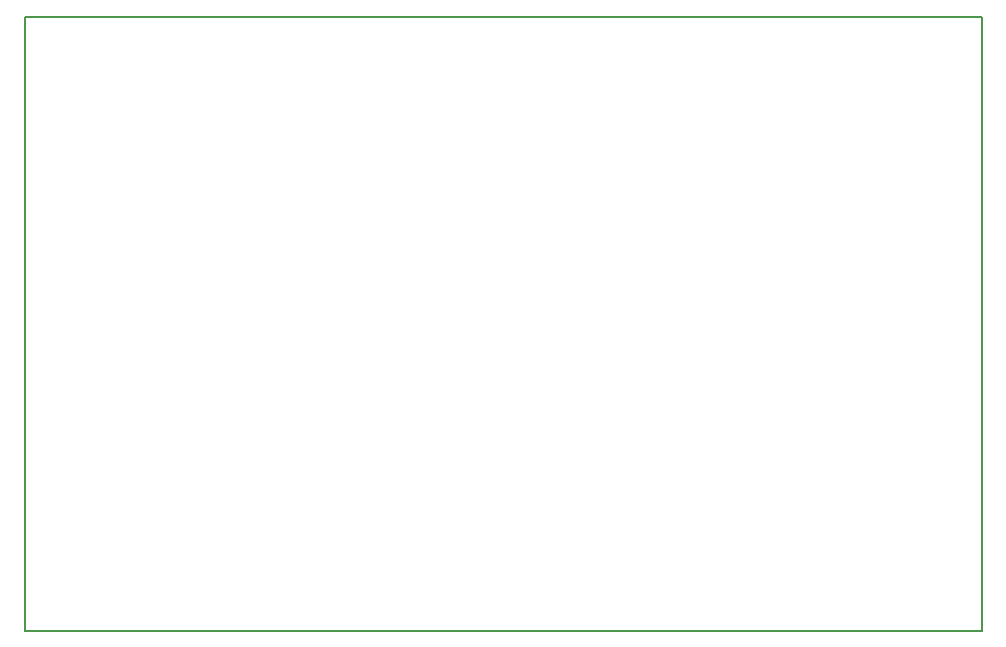
<source format=gbr>
G04 #@! TF.FileFunction,Profile,NP*
%FSLAX46Y46*%
G04 Gerber Fmt 4.6, Leading zero omitted, Abs format (unit mm)*
G04 Created by KiCad (PCBNEW 4.0.2-stable) date 2017年04月18日 星期二 05:20:49*
%MOMM*%
G01*
G04 APERTURE LIST*
%ADD10C,0.100000*%
%ADD11C,0.150000*%
G04 APERTURE END LIST*
D10*
D11*
X114000000Y-85000000D02*
X195000000Y-85000000D01*
X114000000Y-137000000D02*
X114000000Y-85000000D01*
X195000000Y-137000000D02*
X114000000Y-137000000D01*
X195000000Y-85000000D02*
X195000000Y-137000000D01*
M02*

</source>
